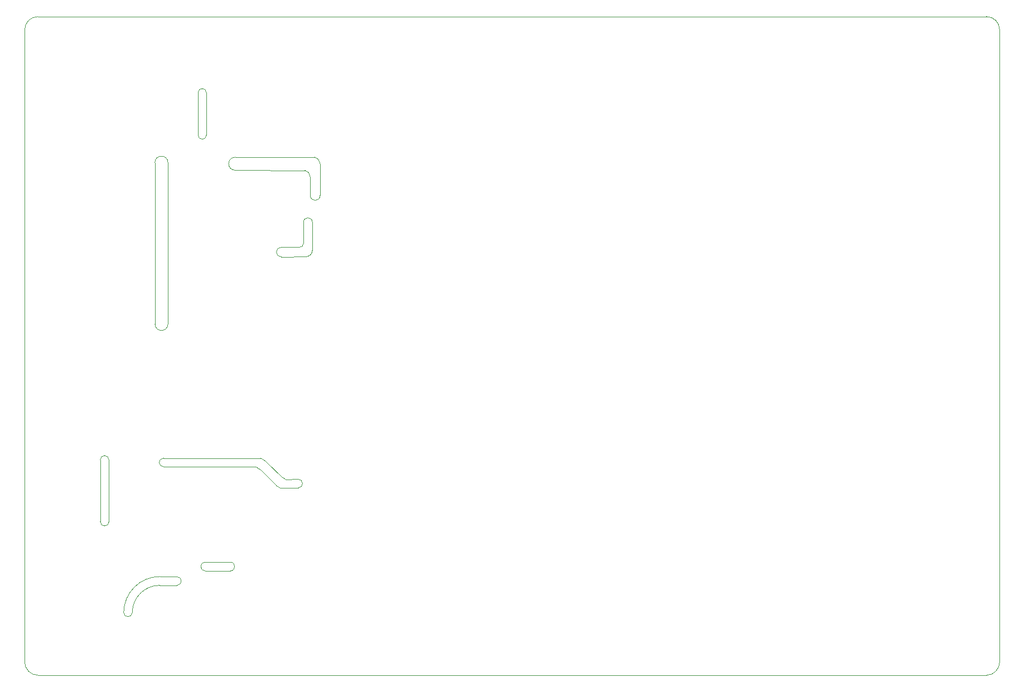
<source format=gbr>
%TF.GenerationSoftware,KiCad,Pcbnew,8.0.2*%
%TF.CreationDate,2025-02-22T19:17:46+01:00*%
%TF.ProjectId,Master_FT25,4d617374-6572-45f4-9654-32352e6b6963,rev?*%
%TF.SameCoordinates,Original*%
%TF.FileFunction,Profile,NP*%
%FSLAX46Y46*%
G04 Gerber Fmt 4.6, Leading zero omitted, Abs format (unit mm)*
G04 Created by KiCad (PCBNEW 8.0.2) date 2025-02-22 19:17:46*
%MOMM*%
%LPD*%
G01*
G04 APERTURE LIST*
%TA.AperFunction,Profile*%
%ADD10C,0.100000*%
%TD*%
G04 APERTURE END LIST*
D10*
X71718076Y-125051920D02*
X74348081Y-125051920D01*
X94894743Y-74161960D02*
G75*
G02*
X93886960Y-75169743I-1007743J-40D01*
G01*
X86300000Y-107053838D02*
G75*
G02*
X87085540Y-107568561I-550000J-1696162D01*
G01*
X62698080Y-106000001D02*
G75*
G02*
X64001920Y-106000000I651920J1D01*
G01*
X92748079Y-108948080D02*
X90824342Y-108959430D01*
X53239451Y-38701494D02*
X197225495Y-38701494D01*
X93548678Y-69925000D02*
X93550458Y-73124938D01*
X86300000Y-107053838D02*
X72301900Y-107051920D01*
X93550458Y-73124938D02*
G75*
G02*
X92949938Y-73725458I-600558J38D01*
G01*
X93548678Y-69925000D02*
G75*
G02*
X94900462Y-69925000I675892J0D01*
G01*
X96071309Y-65850076D02*
G75*
G02*
X94571281Y-65850076I-750014J9D01*
G01*
X94900462Y-69925000D02*
X94894743Y-74161960D01*
X74348080Y-123748082D02*
X71762139Y-123720554D01*
X82424107Y-121524108D02*
G75*
G02*
X82424107Y-122875892I-7J-675892D01*
G01*
X83165828Y-62036242D02*
G75*
G02*
X83165828Y-60054558I-28J990842D01*
G01*
X95260144Y-60037157D02*
X83165828Y-60054586D01*
X53225495Y-138701494D02*
X197225512Y-138701494D01*
X87072734Y-105745285D02*
G75*
G02*
X87858274Y-106260008I-550034J-1696215D01*
G01*
X89950000Y-110250000D02*
G75*
G02*
X89450000Y-109950000I200000J900000D01*
G01*
X53225495Y-138701494D02*
G75*
G02*
X51225506Y-136701494I5J1999994D01*
G01*
X82424107Y-121524108D02*
X78624107Y-121524108D01*
X94571281Y-63050000D02*
X94571281Y-65850076D01*
X90150001Y-75175001D02*
G75*
G02*
X90150001Y-73724199I-1J725401D01*
G01*
X51225512Y-40701529D02*
X51225512Y-136701494D01*
X95260144Y-60037157D02*
G75*
G02*
X96050007Y-61037156I-238144J-1000043D01*
G01*
X87858274Y-106260008D02*
X90324342Y-108659430D01*
X78803009Y-56697008D02*
G75*
G02*
X77546991Y-56697008I-628009J17D01*
G01*
X92949938Y-73725458D02*
X90150001Y-73724141D01*
X92748079Y-108948080D02*
G75*
G02*
X92748080Y-110251920I21J-651920D01*
G01*
X66246160Y-129168857D02*
G75*
G02*
X71762139Y-123720550I5515980J-68093D01*
G01*
X67550001Y-129168855D02*
G75*
G02*
X71718076Y-125051884I4168099J-51445D01*
G01*
X87085540Y-107568561D02*
X89450000Y-109950000D01*
X93781425Y-62050001D02*
G75*
G02*
X94571260Y-63050000I-238125J-999999D01*
G01*
X89950000Y-110250000D02*
X92748080Y-110251918D01*
X78624107Y-122875892D02*
G75*
G02*
X78624107Y-121524108I-7J675892D01*
G01*
X64000001Y-106000000D02*
X63999999Y-115400001D01*
X96071309Y-65850076D02*
X96050000Y-61037156D01*
X72972644Y-85359172D02*
X72975000Y-60900000D01*
X83165828Y-62036242D02*
X93781425Y-62050001D01*
X197225495Y-38701494D02*
G75*
G02*
X199225588Y-40693044I105J-2000006D01*
G01*
X64001917Y-115400001D02*
G75*
G02*
X62698079Y-115400001I-651919J0D01*
G01*
X78624107Y-122879460D02*
X82424107Y-122875892D01*
X74348080Y-123748082D02*
G75*
G02*
X74348081Y-125051918I20J-651918D01*
G01*
X72301898Y-105748079D02*
X87072734Y-105745285D01*
X77546991Y-56697008D02*
X77546991Y-50252991D01*
X199225512Y-136701529D02*
X199225512Y-40693044D01*
X70975000Y-60900000D02*
G75*
G02*
X72975000Y-60900000I1000000J0D01*
G01*
X67550001Y-129168855D02*
G75*
G02*
X66246199Y-129168857I-651901J55D01*
G01*
X70975000Y-60900000D02*
X70990988Y-85359172D01*
X199225512Y-136701529D02*
G75*
G02*
X197225512Y-138701512I-2000012J29D01*
G01*
X78803009Y-50252991D02*
X78803009Y-56697008D01*
X77546991Y-50252991D02*
G75*
G02*
X78803009Y-50252991I628009J-18D01*
G01*
X72972644Y-85359172D02*
G75*
G02*
X70990988Y-85359172I-990828J0D01*
G01*
X51225512Y-40701529D02*
G75*
G02*
X53239451Y-38701489I2000218J-131D01*
G01*
X90824342Y-108959430D02*
G75*
G02*
X90324317Y-108659451I199958J900030D01*
G01*
X90150001Y-75175001D02*
X93886960Y-75169743D01*
X62698079Y-115400001D02*
X62698080Y-106000001D01*
X72301900Y-107051920D02*
G75*
G02*
X72301898Y-105748080I0J651920D01*
G01*
M02*

</source>
